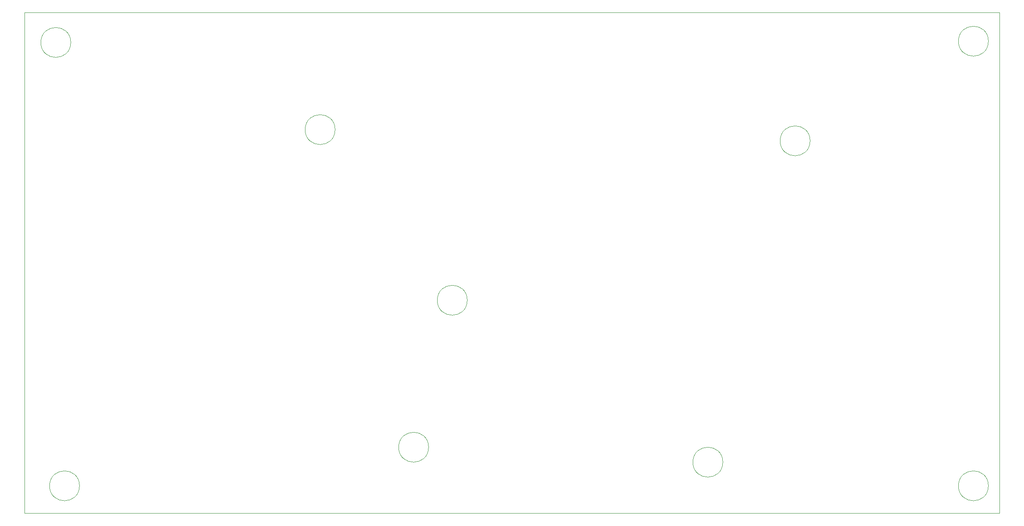
<source format=gbr>
%TF.GenerationSoftware,KiCad,Pcbnew,(6.0.4)*%
%TF.CreationDate,2022-07-04T15:55:19-04:00*%
%TF.ProjectId,cassowary,63617373-6f77-4617-9279-2e6b69636164,rev?*%
%TF.SameCoordinates,Original*%
%TF.FileFunction,Profile,NP*%
%FSLAX46Y46*%
G04 Gerber Fmt 4.6, Leading zero omitted, Abs format (unit mm)*
G04 Created by KiCad (PCBNEW (6.0.4)) date 2022-07-04 15:55:19*
%MOMM*%
%LPD*%
G01*
G04 APERTURE LIST*
%TA.AperFunction,Profile*%
%ADD10C,0.100000*%
%TD*%
G04 APERTURE END LIST*
D10*
X139954000Y-136144000D02*
G75*
G03*
X139954000Y-136144000I-3048000J0D01*
G01*
X199898000Y-139192000D02*
G75*
G03*
X199898000Y-139192000I-3048000J0D01*
G01*
X120904000Y-71374000D02*
G75*
G03*
X120904000Y-71374000I-3048000J0D01*
G01*
X217678000Y-73660000D02*
G75*
G03*
X217678000Y-73660000I-3048000J0D01*
G01*
X67056000Y-53594000D02*
G75*
G03*
X67056000Y-53594000I-3048000J0D01*
G01*
X147828000Y-106172000D02*
G75*
G03*
X147828000Y-106172000I-3048000J0D01*
G01*
X254000000Y-53340000D02*
G75*
G03*
X254000000Y-53340000I-3048000J0D01*
G01*
X68834000Y-144018000D02*
G75*
G03*
X68834000Y-144018000I-3048000J0D01*
G01*
X57658000Y-47498000D02*
X256286000Y-47498000D01*
X256286000Y-47498000D02*
X256286000Y-149606000D01*
X256286000Y-149606000D02*
X57658000Y-149606000D01*
X57658000Y-149606000D02*
X57658000Y-47498000D01*
X254000000Y-144018000D02*
G75*
G03*
X254000000Y-144018000I-3048000J0D01*
G01*
M02*

</source>
